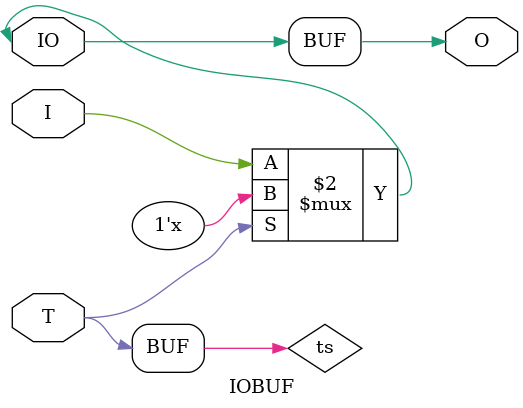
<source format=v>

`timescale  1 ps / 1 ps


module IOBUF (O, IO, I, T);

    parameter CAPACITANCE = "DONT_CARE";
    parameter integer DRIVE = 12;
    parameter IBUF_DELAY_VALUE = "0";
    parameter IBUF_LOW_PWR = "TRUE";
    parameter IFD_DELAY_VALUE = "AUTO";
    parameter IOSTANDARD = "DEFAULT";
    parameter SLEW = "SLOW";

    output O;
    inout  IO;
    input  I, T;

    wire ts;

    or O1 (ts, 1'b0, T);
    bufif0 T1 (IO, I, ts);

    buf B1 (O, IO);

endmodule


</source>
